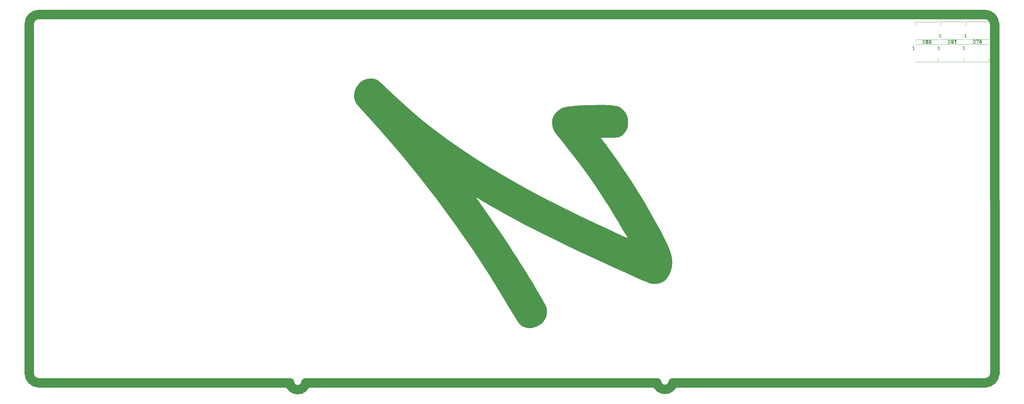
<source format=gbr>
%TF.GenerationSoftware,KiCad,Pcbnew,8.99.0-829-g0984af1676*%
%TF.CreationDate,2024-04-27T09:25:59+07:00*%
%TF.ProjectId,Nuxros75,4e757872-6f73-4373-952e-6b696361645f,rev?*%
%TF.SameCoordinates,Original*%
%TF.FileFunction,Legend,Top*%
%TF.FilePolarity,Positive*%
%FSLAX46Y46*%
G04 Gerber Fmt 4.6, Leading zero omitted, Abs format (unit mm)*
G04 Created by KiCad (PCBNEW 8.99.0-829-g0984af1676) date 2024-04-27 09:25:59*
%MOMM*%
%LPD*%
G01*
G04 APERTURE LIST*
%ADD10C,3.000000*%
%ADD11C,0.150000*%
%ADD12C,0.300000*%
%ADD13C,0.120000*%
%ADD14C,0.000000*%
G04 APERTURE END LIST*
D10*
X-179900001Y-136990000D02*
G75*
G02*
X-184899999Y-136990000I-2499999J400000D01*
G01*
X-263000000Y-137000000D02*
X-184900000Y-137000000D01*
X-266000000Y-25200000D02*
X-266000000Y-134000000D01*
X34500000Y-25190000D02*
X34600000Y-133990000D01*
X31500000Y-22200000D02*
G75*
G02*
X34500000Y-25200000I0J-3000000D01*
G01*
X-263000000Y-137000000D02*
G75*
G02*
X-266000000Y-134000000I1J3000001D01*
G01*
X-70600000Y-136990000D02*
X-179900000Y-136990000D01*
X-263000000Y-22200000D02*
X31500000Y-22200000D01*
X34600000Y-133990000D02*
G75*
G02*
X31600000Y-136990000I-3000000J0D01*
G01*
X31600000Y-136990000D02*
X-65600001Y-136990001D01*
X-65600001Y-136990001D02*
G75*
G02*
X-70599999Y-136990000I-2499999J500001D01*
G01*
X-266000000Y-25200000D02*
G75*
G02*
X-263000000Y-22200000I3000001J-1D01*
G01*
D11*
X12255714Y-31194819D02*
X12255714Y-30194819D01*
X12255714Y-30194819D02*
X12493809Y-30194819D01*
X12493809Y-30194819D02*
X12636666Y-30242438D01*
X12636666Y-30242438D02*
X12731904Y-30337676D01*
X12731904Y-30337676D02*
X12779523Y-30432914D01*
X12779523Y-30432914D02*
X12827142Y-30623390D01*
X12827142Y-30623390D02*
X12827142Y-30766247D01*
X12827142Y-30766247D02*
X12779523Y-30956723D01*
X12779523Y-30956723D02*
X12731904Y-31051961D01*
X12731904Y-31051961D02*
X12636666Y-31147200D01*
X12636666Y-31147200D02*
X12493809Y-31194819D01*
X12493809Y-31194819D02*
X12255714Y-31194819D01*
X13398571Y-30623390D02*
X13303333Y-30575771D01*
X13303333Y-30575771D02*
X13255714Y-30528152D01*
X13255714Y-30528152D02*
X13208095Y-30432914D01*
X13208095Y-30432914D02*
X13208095Y-30385295D01*
X13208095Y-30385295D02*
X13255714Y-30290057D01*
X13255714Y-30290057D02*
X13303333Y-30242438D01*
X13303333Y-30242438D02*
X13398571Y-30194819D01*
X13398571Y-30194819D02*
X13589047Y-30194819D01*
X13589047Y-30194819D02*
X13684285Y-30242438D01*
X13684285Y-30242438D02*
X13731904Y-30290057D01*
X13731904Y-30290057D02*
X13779523Y-30385295D01*
X13779523Y-30385295D02*
X13779523Y-30432914D01*
X13779523Y-30432914D02*
X13731904Y-30528152D01*
X13731904Y-30528152D02*
X13684285Y-30575771D01*
X13684285Y-30575771D02*
X13589047Y-30623390D01*
X13589047Y-30623390D02*
X13398571Y-30623390D01*
X13398571Y-30623390D02*
X13303333Y-30671009D01*
X13303333Y-30671009D02*
X13255714Y-30718628D01*
X13255714Y-30718628D02*
X13208095Y-30813866D01*
X13208095Y-30813866D02*
X13208095Y-31004342D01*
X13208095Y-31004342D02*
X13255714Y-31099580D01*
X13255714Y-31099580D02*
X13303333Y-31147200D01*
X13303333Y-31147200D02*
X13398571Y-31194819D01*
X13398571Y-31194819D02*
X13589047Y-31194819D01*
X13589047Y-31194819D02*
X13684285Y-31147200D01*
X13684285Y-31147200D02*
X13731904Y-31099580D01*
X13731904Y-31099580D02*
X13779523Y-31004342D01*
X13779523Y-31004342D02*
X13779523Y-30813866D01*
X13779523Y-30813866D02*
X13731904Y-30718628D01*
X13731904Y-30718628D02*
X13684285Y-30671009D01*
X13684285Y-30671009D02*
X13589047Y-30623390D01*
X14160476Y-30290057D02*
X14208095Y-30242438D01*
X14208095Y-30242438D02*
X14303333Y-30194819D01*
X14303333Y-30194819D02*
X14541428Y-30194819D01*
X14541428Y-30194819D02*
X14636666Y-30242438D01*
X14636666Y-30242438D02*
X14684285Y-30290057D01*
X14684285Y-30290057D02*
X14731904Y-30385295D01*
X14731904Y-30385295D02*
X14731904Y-30480533D01*
X14731904Y-30480533D02*
X14684285Y-30623390D01*
X14684285Y-30623390D02*
X14112857Y-31194819D01*
X14112857Y-31194819D02*
X14731904Y-31194819D01*
X9605714Y-33094819D02*
X9034286Y-33094819D01*
X9320000Y-33094819D02*
X9320000Y-32094819D01*
X9320000Y-32094819D02*
X9224762Y-32237676D01*
X9224762Y-32237676D02*
X9129524Y-32332914D01*
X9129524Y-32332914D02*
X9034286Y-32380533D01*
X20145714Y-31204819D02*
X20145714Y-30204819D01*
X20145714Y-30204819D02*
X20383809Y-30204819D01*
X20383809Y-30204819D02*
X20526666Y-30252438D01*
X20526666Y-30252438D02*
X20621904Y-30347676D01*
X20621904Y-30347676D02*
X20669523Y-30442914D01*
X20669523Y-30442914D02*
X20717142Y-30633390D01*
X20717142Y-30633390D02*
X20717142Y-30776247D01*
X20717142Y-30776247D02*
X20669523Y-30966723D01*
X20669523Y-30966723D02*
X20621904Y-31061961D01*
X20621904Y-31061961D02*
X20526666Y-31157200D01*
X20526666Y-31157200D02*
X20383809Y-31204819D01*
X20383809Y-31204819D02*
X20145714Y-31204819D01*
X21050476Y-30204819D02*
X21717142Y-30204819D01*
X21717142Y-30204819D02*
X21288571Y-31204819D01*
X22002857Y-30204819D02*
X22669523Y-30204819D01*
X22669523Y-30204819D02*
X22240952Y-31204819D01*
X25795714Y-29304819D02*
X25224286Y-29304819D01*
X25510000Y-29304819D02*
X25510000Y-28304819D01*
X25510000Y-28304819D02*
X25414762Y-28447676D01*
X25414762Y-28447676D02*
X25319524Y-28542914D01*
X25319524Y-28542914D02*
X25224286Y-28590533D01*
X27965714Y-31164819D02*
X27965714Y-30164819D01*
X27965714Y-30164819D02*
X28203809Y-30164819D01*
X28203809Y-30164819D02*
X28346666Y-30212438D01*
X28346666Y-30212438D02*
X28441904Y-30307676D01*
X28441904Y-30307676D02*
X28489523Y-30402914D01*
X28489523Y-30402914D02*
X28537142Y-30593390D01*
X28537142Y-30593390D02*
X28537142Y-30736247D01*
X28537142Y-30736247D02*
X28489523Y-30926723D01*
X28489523Y-30926723D02*
X28441904Y-31021961D01*
X28441904Y-31021961D02*
X28346666Y-31117200D01*
X28346666Y-31117200D02*
X28203809Y-31164819D01*
X28203809Y-31164819D02*
X27965714Y-31164819D01*
X28870476Y-30164819D02*
X29537142Y-30164819D01*
X29537142Y-30164819D02*
X29108571Y-31164819D01*
X30060952Y-30593390D02*
X29965714Y-30545771D01*
X29965714Y-30545771D02*
X29918095Y-30498152D01*
X29918095Y-30498152D02*
X29870476Y-30402914D01*
X29870476Y-30402914D02*
X29870476Y-30355295D01*
X29870476Y-30355295D02*
X29918095Y-30260057D01*
X29918095Y-30260057D02*
X29965714Y-30212438D01*
X29965714Y-30212438D02*
X30060952Y-30164819D01*
X30060952Y-30164819D02*
X30251428Y-30164819D01*
X30251428Y-30164819D02*
X30346666Y-30212438D01*
X30346666Y-30212438D02*
X30394285Y-30260057D01*
X30394285Y-30260057D02*
X30441904Y-30355295D01*
X30441904Y-30355295D02*
X30441904Y-30402914D01*
X30441904Y-30402914D02*
X30394285Y-30498152D01*
X30394285Y-30498152D02*
X30346666Y-30545771D01*
X30346666Y-30545771D02*
X30251428Y-30593390D01*
X30251428Y-30593390D02*
X30060952Y-30593390D01*
X30060952Y-30593390D02*
X29965714Y-30641009D01*
X29965714Y-30641009D02*
X29918095Y-30688628D01*
X29918095Y-30688628D02*
X29870476Y-30783866D01*
X29870476Y-30783866D02*
X29870476Y-30974342D01*
X29870476Y-30974342D02*
X29918095Y-31069580D01*
X29918095Y-31069580D02*
X29965714Y-31117200D01*
X29965714Y-31117200D02*
X30060952Y-31164819D01*
X30060952Y-31164819D02*
X30251428Y-31164819D01*
X30251428Y-31164819D02*
X30346666Y-31117200D01*
X30346666Y-31117200D02*
X30394285Y-31069580D01*
X30394285Y-31069580D02*
X30441904Y-30974342D01*
X30441904Y-30974342D02*
X30441904Y-30783866D01*
X30441904Y-30783866D02*
X30394285Y-30688628D01*
X30394285Y-30688628D02*
X30346666Y-30641009D01*
X30346666Y-30641009D02*
X30251428Y-30593390D01*
X33615714Y-29264819D02*
X33044286Y-29264819D01*
X33330000Y-29264819D02*
X33330000Y-28264819D01*
X33330000Y-28264819D02*
X33234762Y-28407676D01*
X33234762Y-28407676D02*
X33139524Y-28502914D01*
X33139524Y-28502914D02*
X33044286Y-28550533D01*
X27945714Y-31204819D02*
X27945714Y-30204819D01*
X27945714Y-30204819D02*
X28183809Y-30204819D01*
X28183809Y-30204819D02*
X28326666Y-30252438D01*
X28326666Y-30252438D02*
X28421904Y-30347676D01*
X28421904Y-30347676D02*
X28469523Y-30442914D01*
X28469523Y-30442914D02*
X28517142Y-30633390D01*
X28517142Y-30633390D02*
X28517142Y-30776247D01*
X28517142Y-30776247D02*
X28469523Y-30966723D01*
X28469523Y-30966723D02*
X28421904Y-31061961D01*
X28421904Y-31061961D02*
X28326666Y-31157200D01*
X28326666Y-31157200D02*
X28183809Y-31204819D01*
X28183809Y-31204819D02*
X27945714Y-31204819D01*
X28850476Y-30204819D02*
X29517142Y-30204819D01*
X29517142Y-30204819D02*
X29088571Y-31204819D01*
X29945714Y-31204819D02*
X30136190Y-31204819D01*
X30136190Y-31204819D02*
X30231428Y-31157200D01*
X30231428Y-31157200D02*
X30279047Y-31109580D01*
X30279047Y-31109580D02*
X30374285Y-30966723D01*
X30374285Y-30966723D02*
X30421904Y-30776247D01*
X30421904Y-30776247D02*
X30421904Y-30395295D01*
X30421904Y-30395295D02*
X30374285Y-30300057D01*
X30374285Y-30300057D02*
X30326666Y-30252438D01*
X30326666Y-30252438D02*
X30231428Y-30204819D01*
X30231428Y-30204819D02*
X30040952Y-30204819D01*
X30040952Y-30204819D02*
X29945714Y-30252438D01*
X29945714Y-30252438D02*
X29898095Y-30300057D01*
X29898095Y-30300057D02*
X29850476Y-30395295D01*
X29850476Y-30395295D02*
X29850476Y-30633390D01*
X29850476Y-30633390D02*
X29898095Y-30728628D01*
X29898095Y-30728628D02*
X29945714Y-30776247D01*
X29945714Y-30776247D02*
X30040952Y-30823866D01*
X30040952Y-30823866D02*
X30231428Y-30823866D01*
X30231428Y-30823866D02*
X30326666Y-30776247D01*
X30326666Y-30776247D02*
X30374285Y-30728628D01*
X30374285Y-30728628D02*
X30421904Y-30633390D01*
X25295714Y-33104819D02*
X24724286Y-33104819D01*
X25010000Y-33104819D02*
X25010000Y-32104819D01*
X25010000Y-32104819D02*
X24914762Y-32247676D01*
X24914762Y-32247676D02*
X24819524Y-32342914D01*
X24819524Y-32342914D02*
X24724286Y-32390533D01*
D12*
X-116678615Y-80613180D02*
X-116821473Y-80541751D01*
X-116821473Y-80541751D02*
X-117035758Y-80541751D01*
X-117035758Y-80541751D02*
X-117250044Y-80613180D01*
X-117250044Y-80613180D02*
X-117392901Y-80756037D01*
X-117392901Y-80756037D02*
X-117464330Y-80898894D01*
X-117464330Y-80898894D02*
X-117535758Y-81184608D01*
X-117535758Y-81184608D02*
X-117535758Y-81398894D01*
X-117535758Y-81398894D02*
X-117464330Y-81684608D01*
X-117464330Y-81684608D02*
X-117392901Y-81827465D01*
X-117392901Y-81827465D02*
X-117250044Y-81970323D01*
X-117250044Y-81970323D02*
X-117035758Y-82041751D01*
X-117035758Y-82041751D02*
X-116892901Y-82041751D01*
X-116892901Y-82041751D02*
X-116678615Y-81970323D01*
X-116678615Y-81970323D02*
X-116607187Y-81898894D01*
X-116607187Y-81898894D02*
X-116607187Y-81398894D01*
X-116607187Y-81398894D02*
X-116892901Y-81398894D01*
X-115750044Y-80541751D02*
X-115750044Y-80898894D01*
X-116107187Y-80756037D02*
X-115750044Y-80898894D01*
X-115750044Y-80898894D02*
X-115392901Y-80756037D01*
X-115964330Y-81184608D02*
X-115750044Y-80898894D01*
X-115750044Y-80898894D02*
X-115535758Y-81184608D01*
X-114607187Y-80541751D02*
X-114607187Y-80898894D01*
X-114964330Y-80756037D02*
X-114607187Y-80898894D01*
X-114607187Y-80898894D02*
X-114250044Y-80756037D01*
X-114821473Y-81184608D02*
X-114607187Y-80898894D01*
X-114607187Y-80898894D02*
X-114392901Y-81184608D01*
X-113464330Y-80541751D02*
X-113464330Y-80898894D01*
X-113821473Y-80756037D02*
X-113464330Y-80898894D01*
X-113464330Y-80898894D02*
X-113107187Y-80756037D01*
X-113678616Y-81184608D02*
X-113464330Y-80898894D01*
X-113464330Y-80898894D02*
X-113250044Y-81184608D01*
D11*
X12265714Y-31224819D02*
X12265714Y-30224819D01*
X12265714Y-30224819D02*
X12503809Y-30224819D01*
X12503809Y-30224819D02*
X12646666Y-30272438D01*
X12646666Y-30272438D02*
X12741904Y-30367676D01*
X12741904Y-30367676D02*
X12789523Y-30462914D01*
X12789523Y-30462914D02*
X12837142Y-30653390D01*
X12837142Y-30653390D02*
X12837142Y-30796247D01*
X12837142Y-30796247D02*
X12789523Y-30986723D01*
X12789523Y-30986723D02*
X12741904Y-31081961D01*
X12741904Y-31081961D02*
X12646666Y-31177200D01*
X12646666Y-31177200D02*
X12503809Y-31224819D01*
X12503809Y-31224819D02*
X12265714Y-31224819D01*
X13789523Y-31224819D02*
X13218095Y-31224819D01*
X13503809Y-31224819D02*
X13503809Y-30224819D01*
X13503809Y-30224819D02*
X13408571Y-30367676D01*
X13408571Y-30367676D02*
X13313333Y-30462914D01*
X13313333Y-30462914D02*
X13218095Y-30510533D01*
X14646666Y-30558152D02*
X14646666Y-31224819D01*
X14408571Y-30177200D02*
X14170476Y-30891485D01*
X14170476Y-30891485D02*
X14789523Y-30891485D01*
X17915714Y-29324819D02*
X17344286Y-29324819D01*
X17630000Y-29324819D02*
X17630000Y-28324819D01*
X17630000Y-28324819D02*
X17534762Y-28467676D01*
X17534762Y-28467676D02*
X17439524Y-28562914D01*
X17439524Y-28562914D02*
X17344286Y-28610533D01*
X20155714Y-31194819D02*
X20155714Y-30194819D01*
X20155714Y-30194819D02*
X20393809Y-30194819D01*
X20393809Y-30194819D02*
X20536666Y-30242438D01*
X20536666Y-30242438D02*
X20631904Y-30337676D01*
X20631904Y-30337676D02*
X20679523Y-30432914D01*
X20679523Y-30432914D02*
X20727142Y-30623390D01*
X20727142Y-30623390D02*
X20727142Y-30766247D01*
X20727142Y-30766247D02*
X20679523Y-30956723D01*
X20679523Y-30956723D02*
X20631904Y-31051961D01*
X20631904Y-31051961D02*
X20536666Y-31147200D01*
X20536666Y-31147200D02*
X20393809Y-31194819D01*
X20393809Y-31194819D02*
X20155714Y-31194819D01*
X21298571Y-30623390D02*
X21203333Y-30575771D01*
X21203333Y-30575771D02*
X21155714Y-30528152D01*
X21155714Y-30528152D02*
X21108095Y-30432914D01*
X21108095Y-30432914D02*
X21108095Y-30385295D01*
X21108095Y-30385295D02*
X21155714Y-30290057D01*
X21155714Y-30290057D02*
X21203333Y-30242438D01*
X21203333Y-30242438D02*
X21298571Y-30194819D01*
X21298571Y-30194819D02*
X21489047Y-30194819D01*
X21489047Y-30194819D02*
X21584285Y-30242438D01*
X21584285Y-30242438D02*
X21631904Y-30290057D01*
X21631904Y-30290057D02*
X21679523Y-30385295D01*
X21679523Y-30385295D02*
X21679523Y-30432914D01*
X21679523Y-30432914D02*
X21631904Y-30528152D01*
X21631904Y-30528152D02*
X21584285Y-30575771D01*
X21584285Y-30575771D02*
X21489047Y-30623390D01*
X21489047Y-30623390D02*
X21298571Y-30623390D01*
X21298571Y-30623390D02*
X21203333Y-30671009D01*
X21203333Y-30671009D02*
X21155714Y-30718628D01*
X21155714Y-30718628D02*
X21108095Y-30813866D01*
X21108095Y-30813866D02*
X21108095Y-31004342D01*
X21108095Y-31004342D02*
X21155714Y-31099580D01*
X21155714Y-31099580D02*
X21203333Y-31147200D01*
X21203333Y-31147200D02*
X21298571Y-31194819D01*
X21298571Y-31194819D02*
X21489047Y-31194819D01*
X21489047Y-31194819D02*
X21584285Y-31147200D01*
X21584285Y-31147200D02*
X21631904Y-31099580D01*
X21631904Y-31099580D02*
X21679523Y-31004342D01*
X21679523Y-31004342D02*
X21679523Y-30813866D01*
X21679523Y-30813866D02*
X21631904Y-30718628D01*
X21631904Y-30718628D02*
X21584285Y-30671009D01*
X21584285Y-30671009D02*
X21489047Y-30623390D01*
X22631904Y-31194819D02*
X22060476Y-31194819D01*
X22346190Y-31194819D02*
X22346190Y-30194819D01*
X22346190Y-30194819D02*
X22250952Y-30337676D01*
X22250952Y-30337676D02*
X22155714Y-30432914D01*
X22155714Y-30432914D02*
X22060476Y-30480533D01*
X17505714Y-33094819D02*
X16934286Y-33094819D01*
X17220000Y-33094819D02*
X17220000Y-32094819D01*
X17220000Y-32094819D02*
X17124762Y-32237676D01*
X17124762Y-32237676D02*
X17029524Y-32332914D01*
X17029524Y-32332914D02*
X16934286Y-32380533D01*
D13*
%TO.C,D82*%
X9820000Y-31490000D02*
X17120000Y-31490000D01*
X9820000Y-36990000D02*
X17120000Y-36990000D01*
X17120000Y-36990000D02*
X17120000Y-35840000D01*
%TO.C,D77*%
X17710000Y-24500000D02*
X17710000Y-25650000D01*
X25010000Y-24500000D02*
X17710000Y-24500000D01*
X25010000Y-30000000D02*
X17710000Y-30000000D01*
%TO.C,D78*%
X25530000Y-24460000D02*
X25530000Y-25610000D01*
X32830000Y-24460000D02*
X25530000Y-24460000D01*
X32830000Y-29960000D02*
X25530000Y-29960000D01*
%TO.C,D79*%
X25510000Y-31500000D02*
X32810000Y-31500000D01*
X25510000Y-37000000D02*
X32810000Y-37000000D01*
X32810000Y-37000000D02*
X32810000Y-35850000D01*
D14*
%TO.C,G\u002A\u002A\u002A*%
G36*
X-159183837Y-42176217D02*
G01*
X-158730376Y-42222768D01*
X-158306164Y-42324753D01*
X-157880674Y-42502135D01*
X-157423381Y-42774879D01*
X-156903761Y-43162947D01*
X-156291288Y-43686303D01*
X-155555436Y-44364911D01*
X-154665680Y-45218734D01*
X-153928120Y-45938019D01*
X-150583478Y-49111823D01*
X-147103871Y-52216398D01*
X-143477024Y-55259714D01*
X-139690662Y-58249742D01*
X-135732509Y-61194450D01*
X-131590291Y-64101810D01*
X-127251732Y-66979791D01*
X-122704557Y-69836363D01*
X-117936490Y-72679496D01*
X-112935258Y-75517161D01*
X-107688583Y-78357326D01*
X-102184192Y-81207962D01*
X-96409809Y-84077039D01*
X-91719038Y-86328792D01*
X-90287610Y-87004264D01*
X-88851658Y-87678393D01*
X-87435974Y-88339801D01*
X-86065349Y-88977114D01*
X-84764575Y-89578953D01*
X-83558442Y-90133944D01*
X-82471744Y-90630711D01*
X-81529272Y-91057876D01*
X-80755816Y-91404063D01*
X-80176170Y-91657898D01*
X-79815123Y-91808002D01*
X-79697655Y-91845076D01*
X-79749741Y-91711413D01*
X-79933368Y-91384028D01*
X-80218450Y-90914359D01*
X-80522194Y-90435297D01*
X-80911086Y-89823229D01*
X-81264821Y-89249667D01*
X-81536935Y-88790851D01*
X-81655540Y-88575709D01*
X-81868865Y-88185356D01*
X-82214407Y-87585631D01*
X-82668279Y-86815875D01*
X-83206597Y-85915428D01*
X-83805476Y-84923632D01*
X-84441029Y-83879825D01*
X-85089371Y-82823350D01*
X-85726618Y-81793545D01*
X-86328884Y-80829753D01*
X-86872283Y-79971312D01*
X-87014993Y-79748395D01*
X-88461005Y-77528725D01*
X-89915403Y-75363682D01*
X-91403640Y-73218661D01*
X-92951169Y-71059055D01*
X-94583441Y-68850261D01*
X-96325909Y-66557672D01*
X-98204025Y-64146684D01*
X-100243242Y-61582693D01*
X-101742691Y-59724541D01*
X-102428547Y-58779850D01*
X-102884282Y-57894371D01*
X-103140118Y-56991498D01*
X-103226278Y-55994625D01*
X-103226551Y-55963423D01*
X-103204958Y-55264851D01*
X-103111137Y-54717719D01*
X-102918362Y-54183371D01*
X-102857380Y-54048053D01*
X-102213544Y-52972127D01*
X-101373004Y-52110798D01*
X-100325840Y-51455248D01*
X-99612774Y-51163381D01*
X-99041278Y-51019966D01*
X-98201754Y-50886676D01*
X-97119706Y-50765555D01*
X-95820638Y-50658646D01*
X-94330052Y-50567994D01*
X-92673451Y-50495642D01*
X-90876339Y-50443633D01*
X-90544471Y-50436680D01*
X-88759706Y-50409205D01*
X-87239534Y-50406001D01*
X-85955568Y-50431633D01*
X-84879422Y-50490662D01*
X-83982708Y-50587655D01*
X-83237041Y-50727173D01*
X-82614033Y-50913780D01*
X-82085298Y-51152041D01*
X-81622450Y-51446518D01*
X-81197100Y-51801775D01*
X-81026105Y-51966909D01*
X-80346193Y-52797962D01*
X-79888331Y-53731438D01*
X-79630948Y-54820834D01*
X-79562663Y-55596371D01*
X-79585908Y-56732229D01*
X-79780258Y-57680036D01*
X-80168926Y-58505419D01*
X-80775123Y-59274008D01*
X-80913582Y-59415824D01*
X-81395279Y-59854007D01*
X-81875242Y-60181998D01*
X-82404261Y-60412602D01*
X-83033122Y-60558625D01*
X-83812614Y-60632873D01*
X-84793525Y-60648151D01*
X-85720052Y-60627724D01*
X-86509258Y-60606070D01*
X-87183950Y-60594289D01*
X-87694821Y-60592698D01*
X-87992564Y-60601615D01*
X-88048517Y-60612744D01*
X-87964667Y-60743622D01*
X-87732254Y-61069317D01*
X-87379980Y-61550551D01*
X-86936551Y-62148042D01*
X-86533722Y-62685661D01*
X-82387192Y-68411227D01*
X-78427891Y-74317566D01*
X-74641673Y-80427068D01*
X-71014395Y-86762124D01*
X-69208684Y-90110607D01*
X-68473424Y-91519186D01*
X-67869130Y-92718692D01*
X-67376478Y-93752319D01*
X-66976145Y-94663262D01*
X-66648806Y-95494714D01*
X-66375136Y-96289868D01*
X-66225104Y-96779608D01*
X-65918125Y-98221735D01*
X-65833902Y-99646929D01*
X-65961270Y-101019756D01*
X-66289065Y-102304784D01*
X-66806121Y-103466580D01*
X-67501275Y-104469711D01*
X-68363361Y-105278744D01*
X-69035223Y-105697878D01*
X-69808280Y-105978207D01*
X-70735121Y-106136549D01*
X-71697532Y-106161564D01*
X-72577301Y-106041912D01*
X-72589683Y-106038854D01*
X-72903886Y-105937326D01*
X-73423862Y-105737152D01*
X-74156123Y-105435464D01*
X-75107181Y-105029392D01*
X-76283549Y-104516069D01*
X-77691738Y-103892627D01*
X-79338260Y-103156197D01*
X-81229629Y-102303910D01*
X-83372355Y-101332899D01*
X-85772952Y-100240296D01*
X-86286668Y-100005983D01*
X-90538471Y-98052298D01*
X-94540628Y-96184380D01*
X-98319950Y-94389019D01*
X-101903249Y-92653002D01*
X-105317335Y-90963119D01*
X-108589019Y-89306158D01*
X-111745113Y-87668906D01*
X-114812428Y-86038154D01*
X-116605165Y-85066169D01*
X-117506280Y-84570385D01*
X-118525830Y-84003222D01*
X-119625485Y-83386555D01*
X-120766914Y-82742262D01*
X-121911789Y-82092219D01*
X-123021778Y-81458301D01*
X-124058551Y-80862386D01*
X-124983779Y-80326350D01*
X-125759131Y-79872068D01*
X-126346277Y-79521419D01*
X-126650524Y-79332912D01*
X-127029442Y-79090031D01*
X-126601821Y-79660935D01*
X-125925005Y-80581597D01*
X-125112324Y-81715684D01*
X-124186619Y-83029565D01*
X-123170730Y-84489606D01*
X-122087498Y-86062173D01*
X-120959763Y-87713635D01*
X-119810366Y-89410358D01*
X-118662147Y-91118709D01*
X-117537947Y-92805055D01*
X-116460606Y-94435764D01*
X-115452964Y-95977202D01*
X-114537863Y-97395736D01*
X-114228539Y-97880764D01*
X-113174350Y-99549010D01*
X-112129300Y-101220565D01*
X-111106375Y-102873559D01*
X-110118560Y-104486121D01*
X-109178842Y-106036381D01*
X-108300204Y-107502468D01*
X-107495634Y-108862513D01*
X-106778117Y-110094645D01*
X-106160637Y-111176993D01*
X-105656182Y-112087688D01*
X-105277735Y-112804859D01*
X-105038283Y-113306636D01*
X-104977717Y-113461058D01*
X-104825287Y-114219740D01*
X-104809086Y-115102040D01*
X-104920662Y-115983947D01*
X-105151558Y-116741449D01*
X-105209701Y-116863970D01*
X-105868131Y-117862039D01*
X-106708712Y-118688152D01*
X-107685990Y-119322320D01*
X-108754514Y-119744554D01*
X-109868831Y-119934865D01*
X-110983488Y-119873264D01*
X-111656576Y-119699184D01*
X-111993482Y-119581719D01*
X-112288822Y-119466333D01*
X-112558105Y-119332539D01*
X-112816842Y-119159851D01*
X-113080543Y-118927781D01*
X-113364720Y-118615844D01*
X-113684883Y-118203551D01*
X-114056543Y-117670416D01*
X-114495211Y-116995952D01*
X-115016396Y-116159672D01*
X-115635611Y-115141089D01*
X-116368365Y-113919716D01*
X-117230169Y-112475067D01*
X-117615310Y-111828741D01*
X-122633367Y-103665601D01*
X-127892396Y-95609304D01*
X-133374038Y-87684603D01*
X-139059935Y-79916251D01*
X-144931731Y-72329000D01*
X-150971068Y-64947605D01*
X-157159588Y-57796816D01*
X-160119849Y-54516809D01*
X-161116713Y-53425768D01*
X-161934807Y-52525766D01*
X-162594620Y-51792150D01*
X-163116639Y-51200269D01*
X-163521352Y-50725471D01*
X-163829244Y-50343103D01*
X-164060805Y-50028515D01*
X-164236520Y-49757054D01*
X-164376878Y-49504069D01*
X-164502366Y-49244907D01*
X-164503899Y-49241584D01*
X-164819432Y-48216437D01*
X-164866097Y-47125853D01*
X-164649158Y-46009646D01*
X-164173878Y-44907629D01*
X-163865052Y-44409266D01*
X-163055594Y-43461999D01*
X-162103243Y-42767165D01*
X-161022803Y-42332735D01*
X-159829076Y-42166678D01*
X-159697072Y-42165136D01*
X-159183837Y-42176217D01*
G37*
D13*
%TO.C,D14*%
X9830000Y-24520000D02*
X9830000Y-25670000D01*
X17130000Y-24520000D02*
X9830000Y-24520000D01*
X17130000Y-30020000D02*
X9830000Y-30020000D01*
%TO.C,D81*%
X17720000Y-31490000D02*
X25020000Y-31490000D01*
X17720000Y-36990000D02*
X25020000Y-36990000D01*
X25020000Y-36990000D02*
X25020000Y-35840000D01*
%TD*%
M02*

</source>
